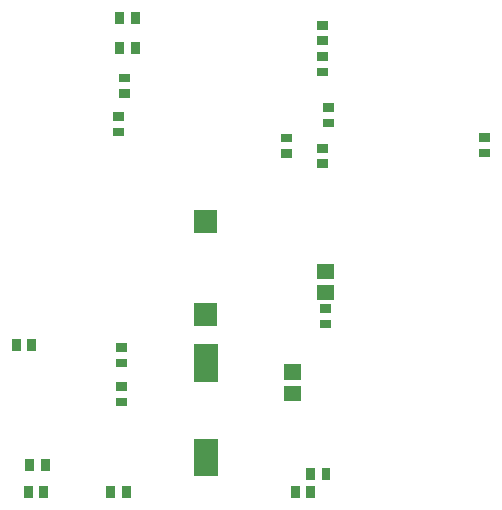
<source format=gbr>
G04 start of page 12 for group -4014 idx -4014 *
G04 Title: (unknown), bottompaste *
G04 Creator: pcb 20140316 *
G04 CreationDate: Sun 10 Nov 2019 02:50:04 PM GMT UTC *
G04 For: sladekm *
G04 Format: Gerber/RS-274X *
G04 PCB-Dimensions (mm): 70.00 70.00 *
G04 PCB-Coordinate-Origin: lower left *
%MOMM*%
%FSLAX43Y43*%
%LNBOTTOMPASTE*%
%ADD107R,2.032X2.032*%
%ADD106R,1.300X1.300*%
%ADD105C,0.002*%
%ADD104R,0.750X0.750*%
G54D104*X42293Y53759D02*X42543D01*
X42293Y52459D02*X42543D01*
X42293Y51107D02*X42543D01*
X42293Y49807D02*X42543D01*
X42293Y42045D02*X42543D01*
X42293Y43345D02*X42543D01*
X41402Y14372D02*Y14122D01*
X40102Y14372D02*Y14122D01*
X42702Y15896D02*Y15646D01*
X41402Y15896D02*Y15646D01*
X42547Y28471D02*X42797D01*
X42547Y29771D02*X42797D01*
X39245Y42919D02*X39495D01*
X39245Y44219D02*X39495D01*
X42801Y45489D02*X43051D01*
X42801Y46789D02*X43051D01*
X56009Y42949D02*X56259D01*
X56009Y44249D02*X56259D01*
X24496Y14372D02*Y14122D01*
X25796Y14372D02*Y14122D01*
X18811Y14372D02*Y14122D01*
X17511Y14372D02*Y14122D01*
X18938Y16658D02*Y16408D01*
X17638Y16658D02*Y16408D01*
X25275Y23167D02*X25525D01*
X25275Y21867D02*X25525D01*
X25275Y25169D02*X25525D01*
X25275Y26469D02*X25525D01*
X17795Y26793D02*Y26543D01*
X16495Y26793D02*Y26543D01*
X25529Y49299D02*X25779D01*
X25529Y47999D02*X25779D01*
X25021Y44727D02*X25271D01*
X25021Y46027D02*X25271D01*
X26558Y54504D02*Y54254D01*
X25258Y54504D02*Y54254D01*
Y51964D02*Y51714D01*
X26558Y51964D02*Y51714D01*
G54D105*G36*
X31500Y30274D02*Y28274D01*
X33500D01*
Y30274D01*
X31500D01*
G37*
G36*
Y38148D02*Y36148D01*
X33500D01*
Y38148D01*
X31500D01*
G37*
G54D106*X39778Y22607D02*X39978D01*
X39778Y24407D02*X39978D01*
X42572Y31127D02*X42772D01*
X42572Y32927D02*X42772D01*
G54D107*X32512Y17751D02*Y16585D01*
Y25775D02*Y24609D01*
M02*

</source>
